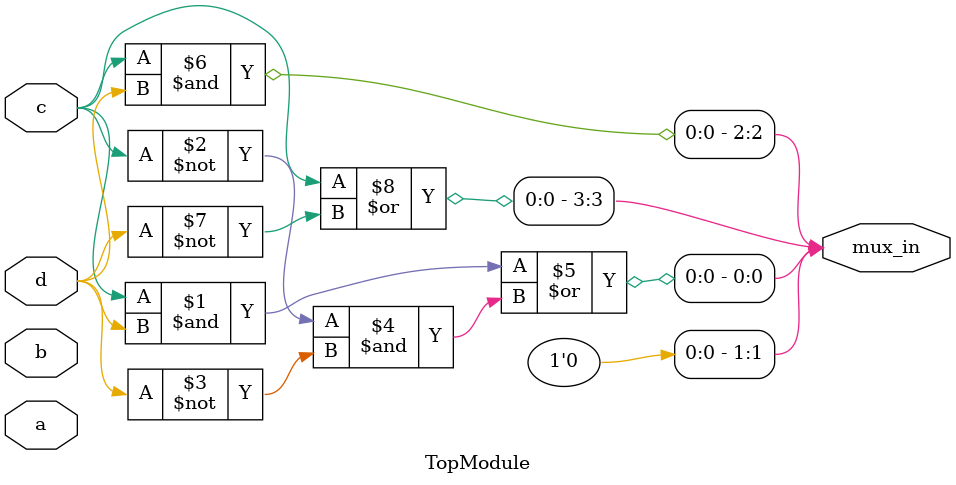
<source format=sv>
module TopModule(
    input logic c,
    input logic d,
    input logic a,
    input logic b,
    output logic [3:0] mux_in
);

    // Combinational logic for mux_in based on the given Karnaugh map
    assign mux_in[0] = (c & d) | (~c & ~d);
    assign mux_in[1] = 1'b0;
    assign mux_in[2] = c & d;
    assign mux_in[3] = c | ~d;

endmodule
</source>
